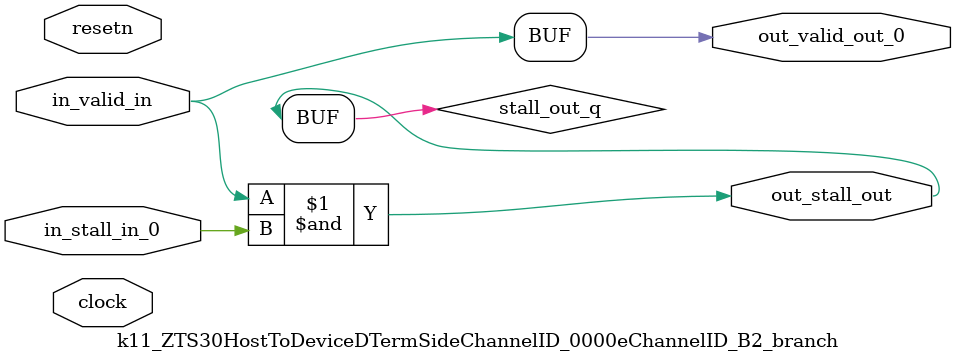
<source format=sv>



(* altera_attribute = "-name AUTO_SHIFT_REGISTER_RECOGNITION OFF; -name MESSAGE_DISABLE 10036; -name MESSAGE_DISABLE 10037; -name MESSAGE_DISABLE 14130; -name MESSAGE_DISABLE 14320; -name MESSAGE_DISABLE 15400; -name MESSAGE_DISABLE 14130; -name MESSAGE_DISABLE 10036; -name MESSAGE_DISABLE 12020; -name MESSAGE_DISABLE 12030; -name MESSAGE_DISABLE 12010; -name MESSAGE_DISABLE 12110; -name MESSAGE_DISABLE 14320; -name MESSAGE_DISABLE 13410; -name MESSAGE_DISABLE 113007; -name MESSAGE_DISABLE 10958" *)
module k11_ZTS30HostToDeviceDTermSideChannelID_0000eChannelID_B2_branch (
    input wire [0:0] in_stall_in_0,
    input wire [0:0] in_valid_in,
    output wire [0:0] out_stall_out,
    output wire [0:0] out_valid_out_0,
    input wire clock,
    input wire resetn
    );

    wire [0:0] stall_out_q;


    // stall_out(LOGICAL,6)
    assign stall_out_q = in_valid_in & in_stall_in_0;

    // out_stall_out(GPOUT,4)
    assign out_stall_out = stall_out_q;

    // out_valid_out_0(GPOUT,5)
    assign out_valid_out_0 = in_valid_in;

endmodule

</source>
